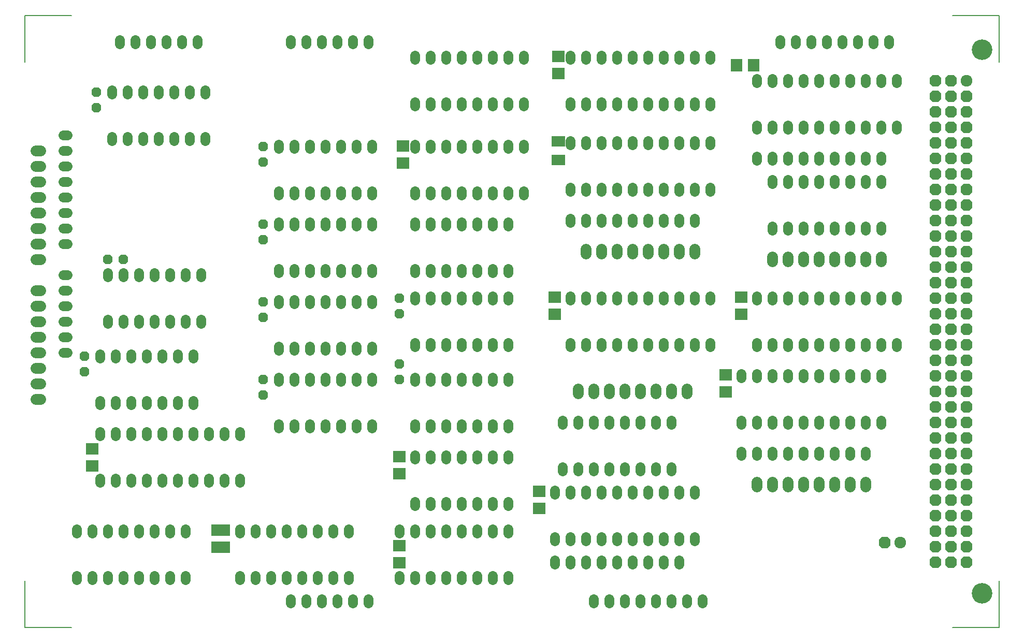
<source format=gbs>
G75*
G70*
%OFA0B0*%
%FSLAX24Y24*%
%IPPOS*%
%LPD*%
%AMOC8*
5,1,8,0,0,1.08239X$1,22.5*
%
%ADD10C,0.0624*%
%ADD11C,0.0756*%
%ADD12OC8,0.0756*%
%ADD13C,0.1320*%
%ADD14C,0.0060*%
%ADD15C,0.0712*%
%ADD16R,0.0835X0.0756*%
%ADD17R,0.0756X0.0835*%
%ADD18R,0.0906X0.0709*%
%ADD19R,0.1189X0.0756*%
%ADD20OC8,0.0624*%
D10*
X008598Y010490D02*
X008598Y010750D01*
X009598Y010750D02*
X009598Y010490D01*
X010598Y010490D02*
X010598Y010750D01*
X011598Y010750D02*
X011598Y010490D01*
X012598Y010490D02*
X012598Y010750D01*
X013598Y010750D02*
X013598Y010490D01*
X014598Y010490D02*
X014598Y010750D01*
X015598Y010750D02*
X015598Y010490D01*
X015598Y013490D02*
X015598Y013750D01*
X014598Y013750D02*
X014598Y013490D01*
X013598Y013490D02*
X013598Y013750D01*
X012598Y013750D02*
X012598Y013490D01*
X011598Y013490D02*
X011598Y013750D01*
X010598Y013750D02*
X010598Y013490D01*
X009598Y013490D02*
X009598Y013750D01*
X008598Y013750D02*
X008598Y013490D01*
X010098Y016740D02*
X010098Y017000D01*
X011098Y017000D02*
X011098Y016740D01*
X012098Y016740D02*
X012098Y017000D01*
X013098Y017000D02*
X013098Y016740D01*
X014098Y016740D02*
X014098Y017000D01*
X015098Y017000D02*
X015098Y016740D01*
X016098Y016740D02*
X016098Y017000D01*
X017098Y017000D02*
X017098Y016740D01*
X018098Y016740D02*
X018098Y017000D01*
X019098Y017000D02*
X019098Y016740D01*
X019098Y013750D02*
X019098Y013490D01*
X020098Y013490D02*
X020098Y013750D01*
X021098Y013750D02*
X021098Y013490D01*
X022098Y013490D02*
X022098Y013750D01*
X023098Y013750D02*
X023098Y013490D01*
X024098Y013490D02*
X024098Y013750D01*
X025098Y013750D02*
X025098Y013490D01*
X026098Y013490D02*
X026098Y013750D01*
X029348Y013750D02*
X029348Y013490D01*
X030348Y013490D02*
X030348Y013750D01*
X031348Y013750D02*
X031348Y013490D01*
X032348Y013490D02*
X032348Y013750D01*
X033348Y013750D02*
X033348Y013490D01*
X034348Y013490D02*
X034348Y013750D01*
X035348Y013750D02*
X035348Y013490D01*
X036348Y013490D02*
X036348Y013750D01*
X036348Y015240D02*
X036348Y015500D01*
X035348Y015500D02*
X035348Y015240D01*
X034348Y015240D02*
X034348Y015500D01*
X033348Y015500D02*
X033348Y015240D01*
X032348Y015240D02*
X032348Y015500D01*
X031348Y015500D02*
X031348Y015240D01*
X030348Y015240D02*
X030348Y015500D01*
X030348Y018240D02*
X030348Y018500D01*
X031348Y018500D02*
X031348Y018240D01*
X032348Y018240D02*
X032348Y018500D01*
X033348Y018500D02*
X033348Y018240D01*
X034348Y018240D02*
X034348Y018500D01*
X035348Y018500D02*
X035348Y018240D01*
X036348Y018240D02*
X036348Y018500D01*
X036348Y020240D02*
X036348Y020500D01*
X035348Y020500D02*
X035348Y020240D01*
X034348Y020240D02*
X034348Y020500D01*
X033348Y020500D02*
X033348Y020240D01*
X032348Y020240D02*
X032348Y020500D01*
X031348Y020500D02*
X031348Y020240D01*
X030348Y020240D02*
X030348Y020500D01*
X027598Y020500D02*
X027598Y020240D01*
X026598Y020240D02*
X026598Y020500D01*
X025598Y020500D02*
X025598Y020240D01*
X024598Y020240D02*
X024598Y020500D01*
X023598Y020500D02*
X023598Y020240D01*
X022598Y020240D02*
X022598Y020500D01*
X021598Y020500D02*
X021598Y020240D01*
X019098Y020000D02*
X019098Y019740D01*
X018098Y019740D02*
X018098Y020000D01*
X017098Y020000D02*
X017098Y019740D01*
X016098Y019740D02*
X016098Y020000D01*
X015098Y020000D02*
X015098Y019740D01*
X014098Y019740D02*
X014098Y020000D01*
X013098Y020000D02*
X013098Y019740D01*
X012098Y019740D02*
X012098Y020000D01*
X011098Y020000D02*
X011098Y019740D01*
X010098Y019740D02*
X010098Y020000D01*
X010098Y021740D02*
X010098Y022000D01*
X011098Y022000D02*
X011098Y021740D01*
X012098Y021740D02*
X012098Y022000D01*
X013098Y022000D02*
X013098Y021740D01*
X014098Y021740D02*
X014098Y022000D01*
X015098Y022000D02*
X015098Y021740D01*
X016098Y021740D02*
X016098Y022000D01*
X016098Y024740D02*
X016098Y025000D01*
X015098Y025000D02*
X015098Y024740D01*
X014098Y024740D02*
X014098Y025000D01*
X013098Y025000D02*
X013098Y024740D01*
X012098Y024740D02*
X012098Y025000D01*
X011098Y025000D02*
X011098Y024740D01*
X010098Y024740D02*
X010098Y025000D01*
X010598Y026990D02*
X010598Y027250D01*
X011598Y027250D02*
X011598Y026990D01*
X012598Y026990D02*
X012598Y027250D01*
X013598Y027250D02*
X013598Y026990D01*
X014598Y026990D02*
X014598Y027250D01*
X015598Y027250D02*
X015598Y026990D01*
X016598Y026990D02*
X016598Y027250D01*
X016598Y029990D02*
X016598Y030250D01*
X015598Y030250D02*
X015598Y029990D01*
X014598Y029990D02*
X014598Y030250D01*
X013598Y030250D02*
X013598Y029990D01*
X012598Y029990D02*
X012598Y030250D01*
X011598Y030250D02*
X011598Y029990D01*
X010598Y029990D02*
X010598Y030250D01*
X007978Y030120D02*
X007718Y030120D01*
X007718Y029120D02*
X007978Y029120D01*
X007978Y028120D02*
X007718Y028120D01*
X007718Y027120D02*
X007978Y027120D01*
X007978Y026120D02*
X007718Y026120D01*
X007718Y025120D02*
X007978Y025120D01*
X007978Y032120D02*
X007718Y032120D01*
X007718Y033120D02*
X007978Y033120D01*
X007978Y034120D02*
X007718Y034120D01*
X007718Y035120D02*
X007978Y035120D01*
X007978Y036120D02*
X007718Y036120D01*
X007718Y037120D02*
X007978Y037120D01*
X007978Y038120D02*
X007718Y038120D01*
X007718Y039120D02*
X007978Y039120D01*
X010848Y039000D02*
X010848Y038740D01*
X011848Y038740D02*
X011848Y039000D01*
X012848Y039000D02*
X012848Y038740D01*
X013848Y038740D02*
X013848Y039000D01*
X014848Y039000D02*
X014848Y038740D01*
X015848Y038740D02*
X015848Y039000D01*
X016848Y039000D02*
X016848Y038740D01*
X016848Y041740D02*
X016848Y042000D01*
X015848Y042000D02*
X015848Y041740D01*
X014848Y041740D02*
X014848Y042000D01*
X013848Y042000D02*
X013848Y041740D01*
X012848Y041740D02*
X012848Y042000D01*
X011848Y042000D02*
X011848Y041740D01*
X010848Y041740D02*
X010848Y042000D01*
X011348Y044990D02*
X011348Y045250D01*
X012348Y045250D02*
X012348Y044990D01*
X013348Y044990D02*
X013348Y045250D01*
X014348Y045250D02*
X014348Y044990D01*
X015348Y044990D02*
X015348Y045250D01*
X016348Y045250D02*
X016348Y044990D01*
X022348Y044990D02*
X022348Y045250D01*
X023348Y045250D02*
X023348Y044990D01*
X024348Y044990D02*
X024348Y045250D01*
X025348Y045250D02*
X025348Y044990D01*
X026348Y044990D02*
X026348Y045250D01*
X027348Y045250D02*
X027348Y044990D01*
X030348Y044250D02*
X030348Y043990D01*
X031348Y043990D02*
X031348Y044250D01*
X032348Y044250D02*
X032348Y043990D01*
X033348Y043990D02*
X033348Y044250D01*
X034348Y044250D02*
X034348Y043990D01*
X035348Y043990D02*
X035348Y044250D01*
X036348Y044250D02*
X036348Y043990D01*
X037348Y043990D02*
X037348Y044250D01*
X040348Y044250D02*
X040348Y043990D01*
X041348Y043990D02*
X041348Y044250D01*
X042348Y044250D02*
X042348Y043990D01*
X043348Y043990D02*
X043348Y044250D01*
X044348Y044250D02*
X044348Y043990D01*
X045348Y043990D02*
X045348Y044250D01*
X046348Y044250D02*
X046348Y043990D01*
X047348Y043990D02*
X047348Y044250D01*
X048348Y044250D02*
X048348Y043990D01*
X049348Y043990D02*
X049348Y044250D01*
X052348Y042750D02*
X052348Y042490D01*
X053348Y042490D02*
X053348Y042750D01*
X054348Y042750D02*
X054348Y042490D01*
X055348Y042490D02*
X055348Y042750D01*
X056348Y042750D02*
X056348Y042490D01*
X057348Y042490D02*
X057348Y042750D01*
X058348Y042750D02*
X058348Y042490D01*
X059348Y042490D02*
X059348Y042750D01*
X060348Y042750D02*
X060348Y042490D01*
X061348Y042490D02*
X061348Y042750D01*
X060848Y044990D02*
X060848Y045250D01*
X059848Y045250D02*
X059848Y044990D01*
X058848Y044990D02*
X058848Y045250D01*
X057848Y045250D02*
X057848Y044990D01*
X056848Y044990D02*
X056848Y045250D01*
X055848Y045250D02*
X055848Y044990D01*
X054848Y044990D02*
X054848Y045250D01*
X053848Y045250D02*
X053848Y044990D01*
X049348Y041250D02*
X049348Y040990D01*
X048348Y040990D02*
X048348Y041250D01*
X047348Y041250D02*
X047348Y040990D01*
X046348Y040990D02*
X046348Y041250D01*
X045348Y041250D02*
X045348Y040990D01*
X044348Y040990D02*
X044348Y041250D01*
X043348Y041250D02*
X043348Y040990D01*
X042348Y040990D02*
X042348Y041250D01*
X041348Y041250D02*
X041348Y040990D01*
X040348Y040990D02*
X040348Y041250D01*
X037348Y041250D02*
X037348Y040990D01*
X036348Y040990D02*
X036348Y041250D01*
X035348Y041250D02*
X035348Y040990D01*
X034348Y040990D02*
X034348Y041250D01*
X033348Y041250D02*
X033348Y040990D01*
X032348Y040990D02*
X032348Y041250D01*
X031348Y041250D02*
X031348Y040990D01*
X030348Y040990D02*
X030348Y041250D01*
X030348Y038500D02*
X030348Y038240D01*
X031348Y038240D02*
X031348Y038500D01*
X032348Y038500D02*
X032348Y038240D01*
X033348Y038240D02*
X033348Y038500D01*
X034348Y038500D02*
X034348Y038240D01*
X035348Y038240D02*
X035348Y038500D01*
X036348Y038500D02*
X036348Y038240D01*
X037348Y038240D02*
X037348Y038500D01*
X040348Y038490D02*
X040348Y038750D01*
X041348Y038750D02*
X041348Y038490D01*
X042348Y038490D02*
X042348Y038750D01*
X043348Y038750D02*
X043348Y038490D01*
X044348Y038490D02*
X044348Y038750D01*
X045348Y038750D02*
X045348Y038490D01*
X046348Y038490D02*
X046348Y038750D01*
X047348Y038750D02*
X047348Y038490D01*
X048348Y038490D02*
X048348Y038750D01*
X049348Y038750D02*
X049348Y038490D01*
X052348Y037750D02*
X052348Y037490D01*
X053348Y037490D02*
X053348Y037750D01*
X054348Y037750D02*
X054348Y037490D01*
X055348Y037490D02*
X055348Y037750D01*
X056348Y037750D02*
X056348Y037490D01*
X057348Y037490D02*
X057348Y037750D01*
X058348Y037750D02*
X058348Y037490D01*
X059348Y037490D02*
X059348Y037750D01*
X060348Y037750D02*
X060348Y037490D01*
X060348Y036250D02*
X060348Y035990D01*
X059348Y035990D02*
X059348Y036250D01*
X058348Y036250D02*
X058348Y035990D01*
X057348Y035990D02*
X057348Y036250D01*
X056348Y036250D02*
X056348Y035990D01*
X055348Y035990D02*
X055348Y036250D01*
X054348Y036250D02*
X054348Y035990D01*
X053348Y035990D02*
X053348Y036250D01*
X053348Y033250D02*
X053348Y032990D01*
X054348Y032990D02*
X054348Y033250D01*
X055348Y033250D02*
X055348Y032990D01*
X056348Y032990D02*
X056348Y033250D01*
X057348Y033250D02*
X057348Y032990D01*
X058348Y032990D02*
X058348Y033250D01*
X059348Y033250D02*
X059348Y032990D01*
X060348Y032990D02*
X060348Y033250D01*
X060348Y028750D02*
X060348Y028490D01*
X061348Y028490D02*
X061348Y028750D01*
X059348Y028750D02*
X059348Y028490D01*
X058348Y028490D02*
X058348Y028750D01*
X057348Y028750D02*
X057348Y028490D01*
X056348Y028490D02*
X056348Y028750D01*
X055348Y028750D02*
X055348Y028490D01*
X054348Y028490D02*
X054348Y028750D01*
X053348Y028750D02*
X053348Y028490D01*
X052348Y028490D02*
X052348Y028750D01*
X049348Y028750D02*
X049348Y028490D01*
X048348Y028490D02*
X048348Y028750D01*
X047348Y028750D02*
X047348Y028490D01*
X046348Y028490D02*
X046348Y028750D01*
X045348Y028750D02*
X045348Y028490D01*
X044348Y028490D02*
X044348Y028750D01*
X043348Y028750D02*
X043348Y028490D01*
X042348Y028490D02*
X042348Y028750D01*
X041348Y028750D02*
X041348Y028490D01*
X040348Y028490D02*
X040348Y028750D01*
X036348Y028750D02*
X036348Y028490D01*
X035348Y028490D02*
X035348Y028750D01*
X034348Y028750D02*
X034348Y028490D01*
X033348Y028490D02*
X033348Y028750D01*
X032348Y028750D02*
X032348Y028490D01*
X031348Y028490D02*
X031348Y028750D01*
X030348Y028750D02*
X030348Y028490D01*
X030348Y030240D02*
X030348Y030500D01*
X031348Y030500D02*
X031348Y030240D01*
X032348Y030240D02*
X032348Y030500D01*
X033348Y030500D02*
X033348Y030240D01*
X034348Y030240D02*
X034348Y030500D01*
X035348Y030500D02*
X035348Y030240D01*
X036348Y030240D02*
X036348Y030500D01*
X036348Y033240D02*
X036348Y033500D01*
X035348Y033500D02*
X035348Y033240D01*
X034348Y033240D02*
X034348Y033500D01*
X033348Y033500D02*
X033348Y033240D01*
X032348Y033240D02*
X032348Y033500D01*
X031348Y033500D02*
X031348Y033240D01*
X030348Y033240D02*
X030348Y033500D01*
X030348Y035240D02*
X030348Y035500D01*
X031348Y035500D02*
X031348Y035240D01*
X032348Y035240D02*
X032348Y035500D01*
X033348Y035500D02*
X033348Y035240D01*
X034348Y035240D02*
X034348Y035500D01*
X035348Y035500D02*
X035348Y035240D01*
X036348Y035240D02*
X036348Y035500D01*
X037348Y035500D02*
X037348Y035240D01*
X040348Y035490D02*
X040348Y035750D01*
X041348Y035750D02*
X041348Y035490D01*
X042348Y035490D02*
X042348Y035750D01*
X043348Y035750D02*
X043348Y035490D01*
X044348Y035490D02*
X044348Y035750D01*
X045348Y035750D02*
X045348Y035490D01*
X046348Y035490D02*
X046348Y035750D01*
X047348Y035750D02*
X047348Y035490D01*
X048348Y035490D02*
X048348Y035750D01*
X049348Y035750D02*
X049348Y035490D01*
X048348Y033750D02*
X048348Y033490D01*
X047348Y033490D02*
X047348Y033750D01*
X046348Y033750D02*
X046348Y033490D01*
X045348Y033490D02*
X045348Y033750D01*
X044348Y033750D02*
X044348Y033490D01*
X043348Y033490D02*
X043348Y033750D01*
X042348Y033750D02*
X042348Y033490D01*
X041348Y033490D02*
X041348Y033750D01*
X040348Y033750D02*
X040348Y033490D01*
X040348Y025750D02*
X040348Y025490D01*
X041348Y025490D02*
X041348Y025750D01*
X042348Y025750D02*
X042348Y025490D01*
X043348Y025490D02*
X043348Y025750D01*
X044348Y025750D02*
X044348Y025490D01*
X045348Y025490D02*
X045348Y025750D01*
X046348Y025750D02*
X046348Y025490D01*
X047348Y025490D02*
X047348Y025750D01*
X048348Y025750D02*
X048348Y025490D01*
X049348Y025490D02*
X049348Y025750D01*
X051348Y023750D02*
X051348Y023490D01*
X052348Y023490D02*
X052348Y023750D01*
X053348Y023750D02*
X053348Y023490D01*
X054348Y023490D02*
X054348Y023750D01*
X055348Y023750D02*
X055348Y023490D01*
X056348Y023490D02*
X056348Y023750D01*
X057348Y023750D02*
X057348Y023490D01*
X058348Y023490D02*
X058348Y023750D01*
X059348Y023750D02*
X059348Y023490D01*
X060348Y023490D02*
X060348Y023750D01*
X060348Y025490D02*
X060348Y025750D01*
X061348Y025750D02*
X061348Y025490D01*
X059348Y025490D02*
X059348Y025750D01*
X058348Y025750D02*
X058348Y025490D01*
X057348Y025490D02*
X057348Y025750D01*
X056348Y025750D02*
X056348Y025490D01*
X055348Y025490D02*
X055348Y025750D01*
X054348Y025750D02*
X054348Y025490D01*
X053348Y025490D02*
X053348Y025750D01*
X052348Y025750D02*
X052348Y025490D01*
X052348Y020750D02*
X052348Y020490D01*
X051348Y020490D02*
X051348Y020750D01*
X053348Y020750D02*
X053348Y020490D01*
X054348Y020490D02*
X054348Y020750D01*
X055348Y020750D02*
X055348Y020490D01*
X056348Y020490D02*
X056348Y020750D01*
X057348Y020750D02*
X057348Y020490D01*
X058348Y020490D02*
X058348Y020750D01*
X059348Y020750D02*
X059348Y020490D01*
X060348Y020490D02*
X060348Y020750D01*
X059348Y018750D02*
X059348Y018490D01*
X058348Y018490D02*
X058348Y018750D01*
X057348Y018750D02*
X057348Y018490D01*
X056348Y018490D02*
X056348Y018750D01*
X055348Y018750D02*
X055348Y018490D01*
X054348Y018490D02*
X054348Y018750D01*
X053348Y018750D02*
X053348Y018490D01*
X052348Y018490D02*
X052348Y018750D01*
X051348Y018750D02*
X051348Y018490D01*
X048348Y016250D02*
X048348Y015990D01*
X047348Y015990D02*
X047348Y016250D01*
X046348Y016250D02*
X046348Y015990D01*
X045348Y015990D02*
X045348Y016250D01*
X044348Y016250D02*
X044348Y015990D01*
X043348Y015990D02*
X043348Y016250D01*
X042348Y016250D02*
X042348Y015990D01*
X041348Y015990D02*
X041348Y016250D01*
X040348Y016250D02*
X040348Y015990D01*
X039348Y015990D02*
X039348Y016250D01*
X039848Y017490D02*
X039848Y017750D01*
X040848Y017750D02*
X040848Y017490D01*
X041848Y017490D02*
X041848Y017750D01*
X042848Y017750D02*
X042848Y017490D01*
X043848Y017490D02*
X043848Y017750D01*
X044848Y017750D02*
X044848Y017490D01*
X045848Y017490D02*
X045848Y017750D01*
X046848Y017750D02*
X046848Y017490D01*
X046848Y020490D02*
X046848Y020750D01*
X045848Y020750D02*
X045848Y020490D01*
X044848Y020490D02*
X044848Y020750D01*
X043848Y020750D02*
X043848Y020490D01*
X042848Y020490D02*
X042848Y020750D01*
X041848Y020750D02*
X041848Y020490D01*
X040848Y020490D02*
X040848Y020750D01*
X039848Y020750D02*
X039848Y020490D01*
X036348Y023240D02*
X036348Y023500D01*
X035348Y023500D02*
X035348Y023240D01*
X034348Y023240D02*
X034348Y023500D01*
X033348Y023500D02*
X033348Y023240D01*
X032348Y023240D02*
X032348Y023500D01*
X031348Y023500D02*
X031348Y023240D01*
X030348Y023240D02*
X030348Y023500D01*
X030348Y025490D02*
X030348Y025750D01*
X031348Y025750D02*
X031348Y025490D01*
X032348Y025490D02*
X032348Y025750D01*
X033348Y025750D02*
X033348Y025490D01*
X034348Y025490D02*
X034348Y025750D01*
X035348Y025750D02*
X035348Y025490D01*
X036348Y025490D02*
X036348Y025750D01*
X027598Y025500D02*
X027598Y025240D01*
X026598Y025240D02*
X026598Y025500D01*
X025598Y025500D02*
X025598Y025240D01*
X024598Y025240D02*
X024598Y025500D01*
X023598Y025500D02*
X023598Y025240D01*
X022598Y025240D02*
X022598Y025500D01*
X021598Y025500D02*
X021598Y025240D01*
X021598Y023500D02*
X021598Y023240D01*
X022598Y023240D02*
X022598Y023500D01*
X023598Y023500D02*
X023598Y023240D01*
X024598Y023240D02*
X024598Y023500D01*
X025598Y023500D02*
X025598Y023240D01*
X026598Y023240D02*
X026598Y023500D01*
X027598Y023500D02*
X027598Y023240D01*
X027598Y028240D02*
X027598Y028500D01*
X026598Y028500D02*
X026598Y028240D01*
X025598Y028240D02*
X025598Y028500D01*
X024598Y028500D02*
X024598Y028240D01*
X023598Y028240D02*
X023598Y028500D01*
X022598Y028500D02*
X022598Y028240D01*
X021598Y028240D02*
X021598Y028500D01*
X021598Y030240D02*
X021598Y030500D01*
X022598Y030500D02*
X022598Y030240D01*
X023598Y030240D02*
X023598Y030500D01*
X024598Y030500D02*
X024598Y030240D01*
X025598Y030240D02*
X025598Y030500D01*
X026598Y030500D02*
X026598Y030240D01*
X027598Y030240D02*
X027598Y030500D01*
X027598Y033240D02*
X027598Y033500D01*
X026598Y033500D02*
X026598Y033240D01*
X025598Y033240D02*
X025598Y033500D01*
X024598Y033500D02*
X024598Y033240D01*
X023598Y033240D02*
X023598Y033500D01*
X022598Y033500D02*
X022598Y033240D01*
X021598Y033240D02*
X021598Y033500D01*
X021598Y035240D02*
X021598Y035500D01*
X022598Y035500D02*
X022598Y035240D01*
X023598Y035240D02*
X023598Y035500D01*
X024598Y035500D02*
X024598Y035240D01*
X025598Y035240D02*
X025598Y035500D01*
X026598Y035500D02*
X026598Y035240D01*
X027598Y035240D02*
X027598Y035500D01*
X027598Y038240D02*
X027598Y038500D01*
X026598Y038500D02*
X026598Y038240D01*
X025598Y038240D02*
X025598Y038500D01*
X024598Y038500D02*
X024598Y038240D01*
X023598Y038240D02*
X023598Y038500D01*
X022598Y038500D02*
X022598Y038240D01*
X021598Y038240D02*
X021598Y038500D01*
X052348Y039490D02*
X052348Y039750D01*
X053348Y039750D02*
X053348Y039490D01*
X054348Y039490D02*
X054348Y039750D01*
X055348Y039750D02*
X055348Y039490D01*
X056348Y039490D02*
X056348Y039750D01*
X057348Y039750D02*
X057348Y039490D01*
X058348Y039490D02*
X058348Y039750D01*
X059348Y039750D02*
X059348Y039490D01*
X060348Y039490D02*
X060348Y039750D01*
X061348Y039750D02*
X061348Y039490D01*
X048348Y013250D02*
X048348Y012990D01*
X047348Y012990D02*
X047348Y013250D01*
X046348Y013250D02*
X046348Y012990D01*
X045348Y012990D02*
X045348Y013250D01*
X044348Y013250D02*
X044348Y012990D01*
X043348Y012990D02*
X043348Y013250D01*
X042348Y013250D02*
X042348Y012990D01*
X041348Y012990D02*
X041348Y013250D01*
X040348Y013250D02*
X040348Y012990D01*
X039348Y012990D02*
X039348Y013250D01*
X039348Y011750D02*
X039348Y011490D01*
X040348Y011490D02*
X040348Y011750D01*
X041348Y011750D02*
X041348Y011490D01*
X042348Y011490D02*
X042348Y011750D01*
X043348Y011750D02*
X043348Y011490D01*
X044348Y011490D02*
X044348Y011750D01*
X045348Y011750D02*
X045348Y011490D01*
X046348Y011490D02*
X046348Y011750D01*
X047348Y011750D02*
X047348Y011490D01*
X047848Y009250D02*
X047848Y008990D01*
X048848Y008990D02*
X048848Y009250D01*
X046848Y009250D02*
X046848Y008990D01*
X045848Y008990D02*
X045848Y009250D01*
X044848Y009250D02*
X044848Y008990D01*
X043848Y008990D02*
X043848Y009250D01*
X042848Y009250D02*
X042848Y008990D01*
X041848Y008990D02*
X041848Y009250D01*
X036348Y010490D02*
X036348Y010750D01*
X035348Y010750D02*
X035348Y010490D01*
X034348Y010490D02*
X034348Y010750D01*
X033348Y010750D02*
X033348Y010490D01*
X032348Y010490D02*
X032348Y010750D01*
X031348Y010750D02*
X031348Y010490D01*
X030348Y010490D02*
X030348Y010750D01*
X029348Y010750D02*
X029348Y010490D01*
X027348Y009250D02*
X027348Y008990D01*
X026348Y008990D02*
X026348Y009250D01*
X025348Y009250D02*
X025348Y008990D01*
X024348Y008990D02*
X024348Y009250D01*
X023348Y009250D02*
X023348Y008990D01*
X022348Y008990D02*
X022348Y009250D01*
X022098Y010490D02*
X022098Y010750D01*
X023098Y010750D02*
X023098Y010490D01*
X024098Y010490D02*
X024098Y010750D01*
X025098Y010750D02*
X025098Y010490D01*
X026098Y010490D02*
X026098Y010750D01*
X021098Y010750D02*
X021098Y010490D01*
X020098Y010490D02*
X020098Y010750D01*
X019098Y010750D02*
X019098Y010490D01*
D11*
X061598Y012870D03*
X065848Y042620D03*
D12*
X064848Y042620D03*
X063848Y042620D03*
X063848Y041620D03*
X064848Y041620D03*
X065848Y041620D03*
X065848Y040620D03*
X064848Y040620D03*
X064848Y039620D03*
X065848Y039620D03*
X065848Y038620D03*
X064848Y038620D03*
X063848Y038620D03*
X063848Y039620D03*
X063848Y040620D03*
X063848Y037620D03*
X064848Y037620D03*
X065848Y037620D03*
X065848Y036620D03*
X064848Y036620D03*
X063848Y036620D03*
X063848Y035620D03*
X064848Y035620D03*
X065848Y035620D03*
X065848Y034620D03*
X064848Y034620D03*
X063848Y034620D03*
X063848Y033620D03*
X063848Y032620D03*
X064848Y032620D03*
X064848Y033620D03*
X065848Y033620D03*
X065848Y032620D03*
X065848Y031620D03*
X064848Y031620D03*
X063848Y031620D03*
X063848Y030620D03*
X064848Y030620D03*
X065848Y030620D03*
X065848Y029620D03*
X064848Y029620D03*
X063848Y029620D03*
X063848Y028620D03*
X064848Y028620D03*
X065848Y028620D03*
X065848Y027620D03*
X064848Y027620D03*
X064848Y026620D03*
X065848Y026620D03*
X065848Y025620D03*
X064848Y025620D03*
X063848Y025620D03*
X063848Y026620D03*
X063848Y027620D03*
X063848Y024620D03*
X064848Y024620D03*
X065848Y024620D03*
X065848Y023620D03*
X064848Y023620D03*
X063848Y023620D03*
X063848Y022620D03*
X064848Y022620D03*
X065848Y022620D03*
X065848Y021620D03*
X064848Y021620D03*
X064848Y020620D03*
X065848Y020620D03*
X065848Y019620D03*
X064848Y019620D03*
X063848Y019620D03*
X063848Y020620D03*
X063848Y021620D03*
X063848Y018620D03*
X064848Y018620D03*
X065848Y018620D03*
X065848Y017620D03*
X064848Y017620D03*
X063848Y017620D03*
X063848Y016620D03*
X064848Y016620D03*
X065848Y016620D03*
X065848Y015620D03*
X064848Y015620D03*
X063848Y015620D03*
X063848Y014620D03*
X063848Y013620D03*
X064848Y013620D03*
X064848Y014620D03*
X065848Y014620D03*
X065848Y013620D03*
X065848Y012620D03*
X064848Y012620D03*
X063848Y012620D03*
X063848Y011620D03*
X064848Y011620D03*
X065848Y011620D03*
X060598Y012870D03*
D13*
X066848Y009620D03*
X066848Y044620D03*
D14*
X005248Y010430D02*
X005248Y007430D01*
X008248Y007430D01*
X005248Y043810D02*
X005248Y046810D01*
X008248Y046810D01*
X064948Y046810D02*
X067948Y046810D01*
X067948Y043810D01*
X067948Y010430D02*
X067948Y007430D01*
X064948Y007430D01*
D15*
X059348Y016471D02*
X059348Y016768D01*
X058348Y016768D02*
X058348Y016471D01*
X057348Y016471D02*
X057348Y016768D01*
X056348Y016768D02*
X056348Y016471D01*
X055348Y016471D02*
X055348Y016768D01*
X054348Y016768D02*
X054348Y016471D01*
X053348Y016471D02*
X053348Y016768D01*
X052348Y016768D02*
X052348Y016471D01*
X047848Y022471D02*
X047848Y022768D01*
X046848Y022768D02*
X046848Y022471D01*
X045848Y022471D02*
X045848Y022768D01*
X044848Y022768D02*
X044848Y022471D01*
X043848Y022471D02*
X043848Y022768D01*
X042848Y022768D02*
X042848Y022471D01*
X041848Y022471D02*
X041848Y022768D01*
X040848Y022768D02*
X040848Y022471D01*
X041348Y031471D02*
X041348Y031768D01*
X042348Y031768D02*
X042348Y031471D01*
X043348Y031471D02*
X043348Y031768D01*
X044348Y031768D02*
X044348Y031471D01*
X045348Y031471D02*
X045348Y031768D01*
X046348Y031768D02*
X046348Y031471D01*
X047348Y031471D02*
X047348Y031768D01*
X048348Y031768D02*
X048348Y031471D01*
X053348Y031268D02*
X053348Y030971D01*
X054348Y030971D02*
X054348Y031268D01*
X055348Y031268D02*
X055348Y030971D01*
X056348Y030971D02*
X056348Y031268D01*
X057348Y031268D02*
X057348Y030971D01*
X058348Y030971D02*
X058348Y031268D01*
X059348Y031268D02*
X059348Y030971D01*
X060348Y030971D02*
X060348Y031268D01*
X006246Y031120D02*
X005949Y031120D01*
X005949Y032120D02*
X006246Y032120D01*
X006246Y033120D02*
X005949Y033120D01*
X005949Y034120D02*
X006246Y034120D01*
X006246Y035120D02*
X005949Y035120D01*
X005949Y036120D02*
X006246Y036120D01*
X006246Y037120D02*
X005949Y037120D01*
X005949Y038120D02*
X006246Y038120D01*
X006246Y029120D02*
X005949Y029120D01*
X005949Y028120D02*
X006246Y028120D01*
X006246Y027120D02*
X005949Y027120D01*
X005949Y026120D02*
X006246Y026120D01*
X006246Y025120D02*
X005949Y025120D01*
X005949Y024120D02*
X006246Y024120D01*
X006246Y023120D02*
X005949Y023120D01*
X005949Y022120D02*
X006246Y022120D01*
D16*
X009598Y018921D03*
X009598Y017818D03*
X029348Y017318D03*
X029348Y018421D03*
X029348Y012671D03*
X029348Y011568D03*
X038348Y015068D03*
X038348Y016171D03*
X050348Y022568D03*
X050348Y023671D03*
X051348Y027568D03*
X051348Y028671D03*
X039348Y028671D03*
X039348Y027568D03*
X029598Y037318D03*
X029598Y038421D03*
X039598Y043068D03*
X039598Y044171D03*
D17*
X051047Y043620D03*
X052149Y043620D03*
D18*
X039598Y038710D03*
X039598Y037529D03*
D19*
X017848Y013671D03*
X017848Y012568D03*
D20*
X020598Y022370D03*
X020598Y023370D03*
X020598Y027370D03*
X020598Y028370D03*
X020598Y032370D03*
X020598Y033370D03*
X020598Y037370D03*
X020598Y038370D03*
X011598Y031120D03*
X010598Y031120D03*
X009098Y024870D03*
X009098Y023870D03*
X029348Y024370D03*
X029348Y023370D03*
X029348Y027620D03*
X029348Y028620D03*
X009848Y040870D03*
X009848Y041870D03*
M02*

</source>
